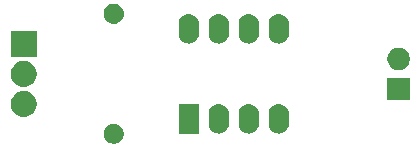
<source format=gbr>
G04 #@! TF.GenerationSoftware,KiCad,Pcbnew,(5.1.4)-1*
G04 #@! TF.CreationDate,2020-04-20T12:39:18-04:00*
G04 #@! TF.ProjectId,LightSensor2,4c696768-7453-4656-9e73-6f72322e6b69,rev?*
G04 #@! TF.SameCoordinates,Original*
G04 #@! TF.FileFunction,Soldermask,Top*
G04 #@! TF.FilePolarity,Negative*
%FSLAX46Y46*%
G04 Gerber Fmt 4.6, Leading zero omitted, Abs format (unit mm)*
G04 Created by KiCad (PCBNEW (5.1.4)-1) date 2020-04-20 12:39:18*
%MOMM*%
%LPD*%
G04 APERTURE LIST*
%ADD10C,0.100000*%
G04 APERTURE END LIST*
D10*
G36*
X128518228Y195128297D02*
G01*
X128673100Y195064147D01*
X128812481Y194971015D01*
X128931015Y194852481D01*
X129024147Y194713100D01*
X129088297Y194558228D01*
X129121000Y194393816D01*
X129121000Y194226184D01*
X129088297Y194061772D01*
X129024147Y193906900D01*
X128931015Y193767519D01*
X128812481Y193648985D01*
X128673100Y193555853D01*
X128518228Y193491703D01*
X128353816Y193459000D01*
X128186184Y193459000D01*
X128021772Y193491703D01*
X127866900Y193555853D01*
X127727519Y193648985D01*
X127608985Y193767519D01*
X127515853Y193906900D01*
X127451703Y194061772D01*
X127419000Y194226184D01*
X127419000Y194393816D01*
X127451703Y194558228D01*
X127515853Y194713100D01*
X127608985Y194852481D01*
X127727519Y194971015D01*
X127866900Y195064147D01*
X128021772Y195128297D01*
X128186184Y195161000D01*
X128353816Y195161000D01*
X128518228Y195128297D01*
X128518228Y195128297D01*
G37*
G36*
X137326822Y196818687D02*
G01*
X137487241Y196770024D01*
X137635077Y196691005D01*
X137764659Y196584659D01*
X137871004Y196455078D01*
X137871005Y196455076D01*
X137950024Y196307242D01*
X137998687Y196146823D01*
X138011000Y196021804D01*
X138011000Y195138197D01*
X137998687Y195013178D01*
X137950024Y194852758D01*
X137949875Y194852480D01*
X137871004Y194704922D01*
X137764659Y194575341D01*
X137635078Y194468996D01*
X137635076Y194468995D01*
X137487242Y194389976D01*
X137326823Y194341313D01*
X137160000Y194324883D01*
X136993178Y194341313D01*
X136832759Y194389976D01*
X136684925Y194468995D01*
X136684923Y194468996D01*
X136555342Y194575341D01*
X136448997Y194704922D01*
X136370126Y194852480D01*
X136369977Y194852758D01*
X136321314Y195013177D01*
X136309000Y195138197D01*
X136309000Y196021803D01*
X136321313Y196146822D01*
X136369976Y196307241D01*
X136448995Y196455077D01*
X136555341Y196584659D01*
X136684922Y196691004D01*
X136779508Y196741561D01*
X136832758Y196770024D01*
X136993177Y196818687D01*
X137160000Y196835117D01*
X137326822Y196818687D01*
X137326822Y196818687D01*
G37*
G36*
X139866822Y196818687D02*
G01*
X140027241Y196770024D01*
X140175077Y196691005D01*
X140304659Y196584659D01*
X140411004Y196455078D01*
X140411005Y196455076D01*
X140490024Y196307242D01*
X140538687Y196146823D01*
X140551000Y196021804D01*
X140551000Y195138197D01*
X140538687Y195013178D01*
X140490024Y194852758D01*
X140489875Y194852480D01*
X140411004Y194704922D01*
X140304659Y194575341D01*
X140175078Y194468996D01*
X140175076Y194468995D01*
X140027242Y194389976D01*
X139866823Y194341313D01*
X139700000Y194324883D01*
X139533178Y194341313D01*
X139372759Y194389976D01*
X139224925Y194468995D01*
X139224923Y194468996D01*
X139095342Y194575341D01*
X138988997Y194704922D01*
X138910126Y194852480D01*
X138909977Y194852758D01*
X138861314Y195013177D01*
X138849000Y195138197D01*
X138849000Y196021803D01*
X138861313Y196146822D01*
X138909976Y196307241D01*
X138988995Y196455077D01*
X139095341Y196584659D01*
X139224922Y196691004D01*
X139319508Y196741561D01*
X139372758Y196770024D01*
X139533177Y196818687D01*
X139700000Y196835117D01*
X139866822Y196818687D01*
X139866822Y196818687D01*
G37*
G36*
X142406822Y196818687D02*
G01*
X142567241Y196770024D01*
X142715077Y196691005D01*
X142844659Y196584659D01*
X142951004Y196455078D01*
X142951005Y196455076D01*
X143030024Y196307242D01*
X143078687Y196146823D01*
X143091000Y196021804D01*
X143091000Y195138197D01*
X143078687Y195013178D01*
X143030024Y194852758D01*
X143029875Y194852480D01*
X142951004Y194704922D01*
X142844659Y194575341D01*
X142715078Y194468996D01*
X142715076Y194468995D01*
X142567242Y194389976D01*
X142406823Y194341313D01*
X142240000Y194324883D01*
X142073178Y194341313D01*
X141912759Y194389976D01*
X141764925Y194468995D01*
X141764923Y194468996D01*
X141635342Y194575341D01*
X141528997Y194704922D01*
X141450126Y194852480D01*
X141449977Y194852758D01*
X141401314Y195013177D01*
X141389000Y195138197D01*
X141389000Y196021803D01*
X141401313Y196146822D01*
X141449976Y196307241D01*
X141528995Y196455077D01*
X141635341Y196584659D01*
X141764922Y196691004D01*
X141859508Y196741561D01*
X141912758Y196770024D01*
X142073177Y196818687D01*
X142240000Y196835117D01*
X142406822Y196818687D01*
X142406822Y196818687D01*
G37*
G36*
X135471000Y194329000D02*
G01*
X133769000Y194329000D01*
X133769000Y196831000D01*
X135471000Y196831000D01*
X135471000Y194329000D01*
X135471000Y194329000D01*
G37*
G36*
X120864794Y197929845D02*
G01*
X120971150Y197908689D01*
X121171520Y197825693D01*
X121351844Y197705205D01*
X121505205Y197551844D01*
X121625693Y197371520D01*
X121625693Y197371519D01*
X121708689Y197171150D01*
X121729844Y197064795D01*
X121751000Y196958440D01*
X121751000Y196741560D01*
X121708689Y196528851D01*
X121625693Y196328480D01*
X121505205Y196148156D01*
X121351844Y195994795D01*
X121171520Y195874307D01*
X120971150Y195791311D01*
X120864795Y195770156D01*
X120758440Y195749000D01*
X120541560Y195749000D01*
X120435206Y195770155D01*
X120328850Y195791311D01*
X120128480Y195874307D01*
X119948156Y195994795D01*
X119794795Y196148156D01*
X119674307Y196328480D01*
X119591311Y196528851D01*
X119549000Y196741560D01*
X119549000Y196958440D01*
X119570156Y197064795D01*
X119591311Y197171150D01*
X119674307Y197371519D01*
X119674307Y197371520D01*
X119794795Y197551844D01*
X119948156Y197705205D01*
X120128480Y197825693D01*
X120228666Y197867191D01*
X120328850Y197908689D01*
X120435205Y197929844D01*
X120541560Y197951000D01*
X120758440Y197951000D01*
X120864794Y197929845D01*
X120864794Y197929845D01*
G37*
G36*
X153351000Y197169000D02*
G01*
X151449000Y197169000D01*
X151449000Y199071000D01*
X153351000Y199071000D01*
X153351000Y197169000D01*
X153351000Y197169000D01*
G37*
G36*
X120864795Y200469844D02*
G01*
X120971150Y200448689D01*
X121171520Y200365693D01*
X121351844Y200245205D01*
X121505205Y200091844D01*
X121625693Y199911520D01*
X121625693Y199911519D01*
X121708689Y199711150D01*
X121751000Y199498439D01*
X121751000Y199281561D01*
X121709117Y199071000D01*
X121708689Y199068851D01*
X121625693Y198868480D01*
X121505205Y198688156D01*
X121351844Y198534795D01*
X121171520Y198414307D01*
X120971150Y198331311D01*
X120864795Y198310156D01*
X120758440Y198289000D01*
X120541560Y198289000D01*
X120435205Y198310156D01*
X120328850Y198331311D01*
X120128480Y198414307D01*
X119948156Y198534795D01*
X119794795Y198688156D01*
X119674307Y198868480D01*
X119591311Y199068851D01*
X119590884Y199071000D01*
X119549000Y199281561D01*
X119549000Y199498439D01*
X119591311Y199711150D01*
X119674307Y199911519D01*
X119674307Y199911520D01*
X119794795Y200091844D01*
X119948156Y200245205D01*
X120128480Y200365693D01*
X120328850Y200448689D01*
X120435206Y200469845D01*
X120541560Y200491000D01*
X120758440Y200491000D01*
X120864795Y200469844D01*
X120864795Y200469844D01*
G37*
G36*
X152677395Y201574454D02*
G01*
X152850466Y201502766D01*
X152850467Y201502765D01*
X153006227Y201398690D01*
X153138690Y201266227D01*
X153138691Y201266225D01*
X153242766Y201110466D01*
X153314454Y200937395D01*
X153351000Y200753667D01*
X153351000Y200566333D01*
X153314454Y200382605D01*
X153242766Y200209534D01*
X153242765Y200209533D01*
X153138690Y200053773D01*
X153006227Y199921310D01*
X152927818Y199868919D01*
X152850466Y199817234D01*
X152677395Y199745546D01*
X152493667Y199709000D01*
X152306333Y199709000D01*
X152122605Y199745546D01*
X151949534Y199817234D01*
X151872182Y199868919D01*
X151793773Y199921310D01*
X151661310Y200053773D01*
X151557235Y200209533D01*
X151557234Y200209534D01*
X151485546Y200382605D01*
X151449000Y200566333D01*
X151449000Y200753667D01*
X151485546Y200937395D01*
X151557234Y201110466D01*
X151661309Y201266225D01*
X151661310Y201266227D01*
X151793773Y201398690D01*
X151949533Y201502765D01*
X151949534Y201502766D01*
X152122605Y201574454D01*
X152306333Y201611000D01*
X152493667Y201611000D01*
X152677395Y201574454D01*
X152677395Y201574454D01*
G37*
G36*
X121751000Y200829000D02*
G01*
X119549000Y200829000D01*
X119549000Y203031000D01*
X121751000Y203031000D01*
X121751000Y200829000D01*
X121751000Y200829000D01*
G37*
G36*
X134786822Y204438687D02*
G01*
X134947241Y204390024D01*
X135095077Y204311005D01*
X135224659Y204204659D01*
X135331004Y204075078D01*
X135331005Y204075076D01*
X135410024Y203927242D01*
X135458687Y203766823D01*
X135471000Y203641804D01*
X135471000Y202758197D01*
X135458687Y202633178D01*
X135410024Y202472758D01*
X135339114Y202340094D01*
X135331004Y202324922D01*
X135224659Y202195341D01*
X135095078Y202088996D01*
X135095076Y202088995D01*
X134947242Y202009976D01*
X134786823Y201961313D01*
X134620000Y201944883D01*
X134453178Y201961313D01*
X134292759Y202009976D01*
X134144925Y202088995D01*
X134144923Y202088996D01*
X134015342Y202195341D01*
X133908997Y202324922D01*
X133900887Y202340094D01*
X133829977Y202472758D01*
X133781314Y202633177D01*
X133769000Y202758197D01*
X133769000Y203641803D01*
X133781313Y203766822D01*
X133829976Y203927241D01*
X133908995Y204075077D01*
X134015341Y204204659D01*
X134144922Y204311004D01*
X134160094Y204319114D01*
X134292758Y204390024D01*
X134453177Y204438687D01*
X134620000Y204455117D01*
X134786822Y204438687D01*
X134786822Y204438687D01*
G37*
G36*
X142406822Y204438687D02*
G01*
X142567241Y204390024D01*
X142715077Y204311005D01*
X142844659Y204204659D01*
X142951004Y204075078D01*
X142951005Y204075076D01*
X143030024Y203927242D01*
X143078687Y203766823D01*
X143091000Y203641804D01*
X143091000Y202758197D01*
X143078687Y202633178D01*
X143030024Y202472758D01*
X142959114Y202340094D01*
X142951004Y202324922D01*
X142844659Y202195341D01*
X142715078Y202088996D01*
X142715076Y202088995D01*
X142567242Y202009976D01*
X142406823Y201961313D01*
X142240000Y201944883D01*
X142073178Y201961313D01*
X141912759Y202009976D01*
X141764925Y202088995D01*
X141764923Y202088996D01*
X141635342Y202195341D01*
X141528997Y202324922D01*
X141520887Y202340094D01*
X141449977Y202472758D01*
X141401314Y202633177D01*
X141389000Y202758197D01*
X141389000Y203641803D01*
X141401313Y203766822D01*
X141449976Y203927241D01*
X141528995Y204075077D01*
X141635341Y204204659D01*
X141764922Y204311004D01*
X141780094Y204319114D01*
X141912758Y204390024D01*
X142073177Y204438687D01*
X142240000Y204455117D01*
X142406822Y204438687D01*
X142406822Y204438687D01*
G37*
G36*
X139866822Y204438687D02*
G01*
X140027241Y204390024D01*
X140175077Y204311005D01*
X140304659Y204204659D01*
X140411004Y204075078D01*
X140411005Y204075076D01*
X140490024Y203927242D01*
X140538687Y203766823D01*
X140551000Y203641804D01*
X140551000Y202758197D01*
X140538687Y202633178D01*
X140490024Y202472758D01*
X140419114Y202340094D01*
X140411004Y202324922D01*
X140304659Y202195341D01*
X140175078Y202088996D01*
X140175076Y202088995D01*
X140027242Y202009976D01*
X139866823Y201961313D01*
X139700000Y201944883D01*
X139533178Y201961313D01*
X139372759Y202009976D01*
X139224925Y202088995D01*
X139224923Y202088996D01*
X139095342Y202195341D01*
X138988997Y202324922D01*
X138980887Y202340094D01*
X138909977Y202472758D01*
X138861314Y202633177D01*
X138849000Y202758197D01*
X138849000Y203641803D01*
X138861313Y203766822D01*
X138909976Y203927241D01*
X138988995Y204075077D01*
X139095341Y204204659D01*
X139224922Y204311004D01*
X139240094Y204319114D01*
X139372758Y204390024D01*
X139533177Y204438687D01*
X139700000Y204455117D01*
X139866822Y204438687D01*
X139866822Y204438687D01*
G37*
G36*
X137326822Y204438687D02*
G01*
X137487241Y204390024D01*
X137635077Y204311005D01*
X137764659Y204204659D01*
X137871004Y204075078D01*
X137871005Y204075076D01*
X137950024Y203927242D01*
X137998687Y203766823D01*
X138011000Y203641804D01*
X138011000Y202758197D01*
X137998687Y202633178D01*
X137950024Y202472758D01*
X137879114Y202340094D01*
X137871004Y202324922D01*
X137764659Y202195341D01*
X137635078Y202088996D01*
X137635076Y202088995D01*
X137487242Y202009976D01*
X137326823Y201961313D01*
X137160000Y201944883D01*
X136993178Y201961313D01*
X136832759Y202009976D01*
X136684925Y202088995D01*
X136684923Y202088996D01*
X136555342Y202195341D01*
X136448997Y202324922D01*
X136440887Y202340094D01*
X136369977Y202472758D01*
X136321314Y202633177D01*
X136309000Y202758197D01*
X136309000Y203641803D01*
X136321313Y203766822D01*
X136369976Y203927241D01*
X136448995Y204075077D01*
X136555341Y204204659D01*
X136684922Y204311004D01*
X136700094Y204319114D01*
X136832758Y204390024D01*
X136993177Y204438687D01*
X137160000Y204455117D01*
X137326822Y204438687D01*
X137326822Y204438687D01*
G37*
G36*
X128436823Y205308687D02*
G01*
X128597242Y205260024D01*
X128729906Y205189114D01*
X128745078Y205181004D01*
X128874659Y205074659D01*
X128981004Y204945078D01*
X128981005Y204945076D01*
X129060024Y204797242D01*
X129108687Y204636823D01*
X129125117Y204470000D01*
X129108687Y204303177D01*
X129060024Y204142758D01*
X129023847Y204075076D01*
X128981004Y203994922D01*
X128874659Y203865341D01*
X128745078Y203758996D01*
X128745076Y203758995D01*
X128597242Y203679976D01*
X128436823Y203631313D01*
X128311804Y203619000D01*
X128228196Y203619000D01*
X128103177Y203631313D01*
X127942758Y203679976D01*
X127794924Y203758995D01*
X127794922Y203758996D01*
X127665341Y203865341D01*
X127558996Y203994922D01*
X127516153Y204075076D01*
X127479976Y204142758D01*
X127431313Y204303177D01*
X127414883Y204470000D01*
X127431313Y204636823D01*
X127479976Y204797242D01*
X127558995Y204945076D01*
X127558996Y204945078D01*
X127665341Y205074659D01*
X127794922Y205181004D01*
X127810094Y205189114D01*
X127942758Y205260024D01*
X128103177Y205308687D01*
X128228196Y205321000D01*
X128311804Y205321000D01*
X128436823Y205308687D01*
X128436823Y205308687D01*
G37*
M02*

</source>
